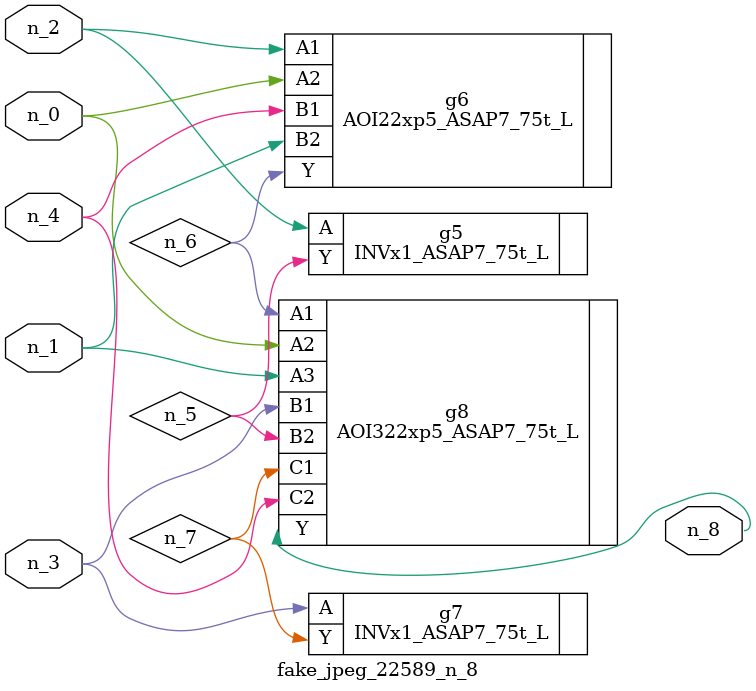
<source format=v>
module fake_jpeg_22589_n_8 (n_3, n_2, n_1, n_0, n_4, n_8);

input n_3;
input n_2;
input n_1;
input n_0;
input n_4;

output n_8;

wire n_6;
wire n_5;
wire n_7;

INVx1_ASAP7_75t_L g5 ( 
.A(n_2),
.Y(n_5)
);

AOI22xp5_ASAP7_75t_L g6 ( 
.A1(n_2),
.A2(n_0),
.B1(n_4),
.B2(n_1),
.Y(n_6)
);

INVx1_ASAP7_75t_L g7 ( 
.A(n_3),
.Y(n_7)
);

AOI322xp5_ASAP7_75t_L g8 ( 
.A1(n_6),
.A2(n_0),
.A3(n_1),
.B1(n_3),
.B2(n_5),
.C1(n_7),
.C2(n_4),
.Y(n_8)
);


endmodule
</source>
